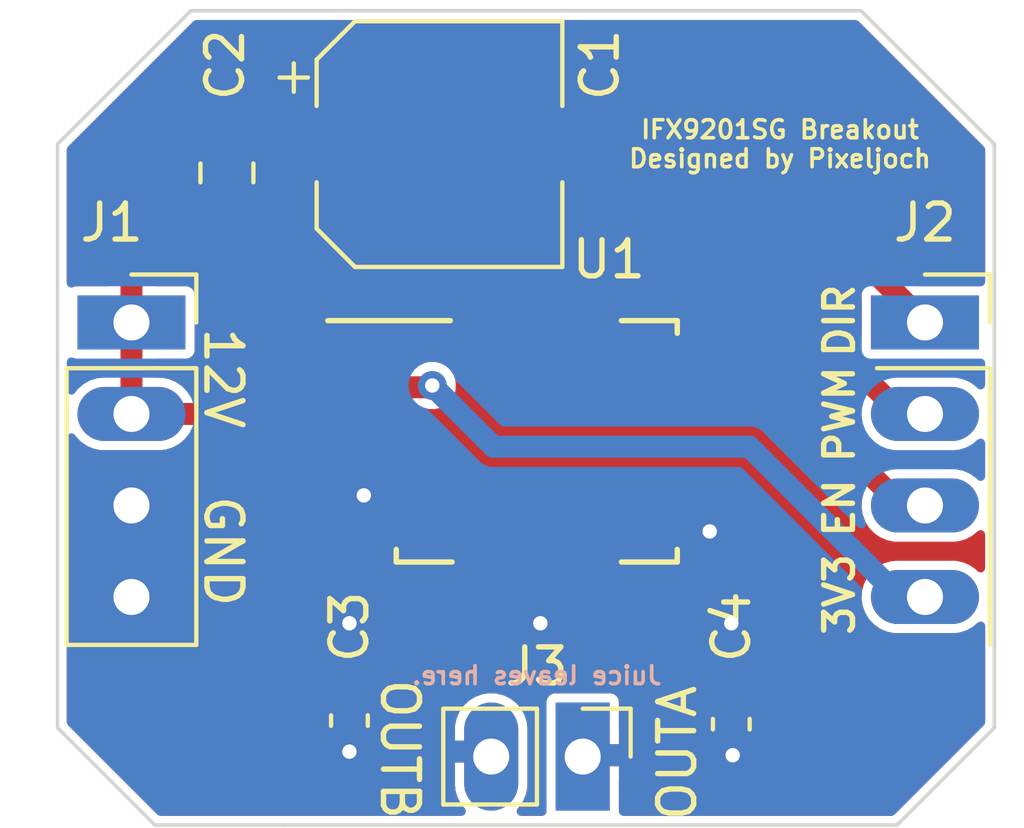
<source format=kicad_pcb>
(kicad_pcb (version 20211014) (generator pcbnew)
  (layers (0 "F.Cu" signal) (31 "B.Cu" signal) (34 "B.Paste" user) (35 "F.Paste" user) (36 "B.SilkS" user "B.Silkscreen") (37 "F.SilkS" user "F.Silkscreen") (38 "B.Mask" user) (39 "F.Mask" user) (44 "Edge.Cuts" user))
  (net 0 "")
  (net 1 "+3V3")
  (net 3 "+12V")
  (net 4 "Net-(C3-Pad1)")
  (net 5 "GND")
  (net 6 "Net-(C4-Pad1)")
  (net 7 "/DIR")
  (net 8 "/EN")
  (net 9 "/PWM")
  (footprint "Capacitor_SMD:C_0603_1608Metric_Pad1.08x0.95mm_HandSolder" (layer "F.Cu") (at 138.9 67.1 90)
    (fp_text reference "C4" (at 2.7 0 90) (layer "F.SilkS"))
    (fp_text value "33n")
    (fp_line (start -0.146267 -0.51) (end 0.146267 -0.51) (layer "F.SilkS") (width 0.12))
    (fp_line (start -0.146267 0.51) (end 0.146267 0.51) (layer "F.SilkS") (width 0.12))
    (pad "1" smd roundrect (at -0.8625 0 90) (size 1.075 0.95) (layers "F.Cu" "F.Paste" "F.Mask") (net 6 "Net-(C4-Pad1)"))
    (pad "2" smd roundrect (at 0.8625 0 90) (size 1.075 0.95) (layers "F.Cu" "F.Paste" "F.Mask") (net 5 "GND"))
  )
  (footprint "Capacitor_SMD:CP_Elec_6.3x7.7" (layer "F.Cu") (at 130.8 51)
    (fp_text reference "C1" (at 4.45 -2.2 270) (layer "F.SilkS"))
    (fp_text value "100u")
    (fp_line (start -3.41 -2.345563) (end -2.345563 -3.41) (layer "F.SilkS") (width 0.12))
    (fp_line (start -4.04375 -2.24125) (end -4.04375 -1.45375) (layer "F.SilkS") (width 0.12))
    (fp_line (start -4.4375 -1.8475) (end -3.65 -1.8475) (layer "F.SilkS") (width 0.12))
    (fp_line (start -3.41 2.345563) (end -3.41 1.06) (layer "F.SilkS") (width 0.12))
    (fp_line (start -3.41 2.345563) (end -2.345563 3.41) (layer "F.SilkS") (width 0.12))
    (fp_line (start -2.345563 -3.41) (end 3.41 -3.41) (layer "F.SilkS") (width 0.12))
    (fp_line (start 3.41 3.41) (end 3.41 1.06) (layer "F.SilkS") (width 0.12))
    (fp_line (start -3.41 -2.345563) (end -3.41 -1.06) (layer "F.SilkS") (width 0.12))
    (fp_line (start -2.345563 3.41) (end 3.41 3.41) (layer "F.SilkS") (width 0.12))
    (fp_line (start 3.41 -3.41) (end 3.41 -1.06) (layer "F.SilkS") (width 0.12))
    (pad "1" smd roundrect (at -2.7 0) (size 3.5 1.6) (layers "F.Cu" "F.Paste" "F.Mask") (roundrect_rratio 0.15625) (net 3 "+12V"))
    (pad "2" smd roundrect (at 2.7 0) (size 3.5 1.6) (layers "F.Cu" "F.Paste" "F.Mask") (roundrect_rratio 0.15625) (net 5 "GND"))
  )
  (footprint "Connector_PinSocket_2.54mm:PinSocket_1x04_P2.54mm_Vertical" (layer "F.Cu") (at 144.275 55.95)
    (fp_text reference "J2" (at 0 -2.77) (layer "F.SilkS"))
    (fp_text value "INPUTS")
    (fp_line (start 1.8 1.27) (end 1.8 8.95) (layer "F.SilkS") (width 0.12))
    (fp_line (start 0 -1.33) (end 1.8 -1.33) (layer "F.SilkS") (width 0.12))
    (fp_line (start -1.33 1.27) (end 1.8 1.27) (layer "F.SilkS") (width 0.12))
    (fp_line (start 1.8 -1.33) (end 1.8 0) (layer "F.SilkS") (width 0.12))
    (pad "1" thru_hole rect (at 0 0) (size 3 1.5) (drill 1) (layers *.Cu *.Mask) (net 7 "/DIR"))
    (pad "2" thru_hole oval (at 0 2.54) (size 3 1.5) (drill 1) (layers *.Cu *.Mask) (net 9 "/PWM"))
    (pad "3" thru_hole oval (at 0 5.08) (size 3 1.5) (drill 1) (layers *.Cu *.Mask) (net 8 "/EN"))
    (pad "4" thru_hole oval (at 0 7.62) (size 3 1.5) (drill 1) (layers *.Cu *.Mask) (net 1 "+3V3"))
  )
  (footprint "Connector_PinHeader_2.54mm:PinHeader_1x02_P2.54mm_Vertical" (layer "F.Cu") (at 134.775 68 -90)
    (fp_text reference "J3" (at -2.5 1.275 180) (layer "F.SilkS"))
    (fp_text value "OUT")
    (fp_line (start -1.33 -1.33) (end 0 -1.33) (layer "F.SilkS") (width 0.12))
    (fp_line (start -1.33 1.27) (end -1.33 3.87) (layer "F.SilkS") (width 0.12))
    (fp_line (start -1.33 3.87) (end 1.33 3.87) (layer "F.SilkS") (width 0.12))
    (fp_line (start -1.33 1.27) (end 1.33 1.27) (layer "F.SilkS") (width 0.12))
    (fp_line (start -1.33 0) (end -1.33 -1.33) (layer "F.SilkS") (width 0.12))
    (fp_line (start 1.33 1.27) (end 1.33 3.87) (layer "F.SilkS") (width 0.12))
    (pad "1" thru_hole rect (at 0 0 270) (size 3 1.5) (drill 1) (layers *.Cu *.Mask) (net 6 "Net-(C4-Pad1)"))
    (pad "2" thru_hole oval (at 0 2.54 270) (size 3 1.5) (drill 1) (layers *.Cu *.Mask) (net 4 "Net-(C3-Pad1)"))
  )
  (footprint "Capacitor_SMD:C_0805_2012Metric_Pad1.18x1.45mm_HandSolder" (layer "F.Cu") (at 124.9 51.8 -90)
    (fp_text reference "C2" (at -3 0.05 90) (layer "F.SilkS"))
    (fp_text value "100n")
    (fp_line (start -0.261252 0.735) (end 0.261252 0.735) (layer "F.SilkS") (width 0.12))
    (fp_line (start -0.261252 -0.735) (end 0.261252 -0.735) (layer "F.SilkS") (width 0.12))
    (pad "1" smd roundrect (at -1.0375 0 270) (size 1.175 1.45) (layers "F.Cu" "F.Paste" "F.Mask") (roundrect_rratio 0.212766) (net 3 "+12V"))
    (pad "2" smd roundrect (at 1.0375 0 270) (size 1.175 1.45) (layers "F.Cu" "F.Paste" "F.Mask") (roundrect_rratio 0.212766) (net 5 "GND"))
  )
  (footprint "Connector_PinSocket_2.54mm:PinSocket_1x04_P2.54mm_Vertical" (layer "F.Cu") (at 122.25 55.95)
    (fp_text reference "J1" (at -0.55 -2.77) (layer "F.SilkS"))
    (fp_text value "P_INPUTS")
    (fp_line (start 1.8 1.27) (end 1.8 8.95) (layer "F.SilkS") (width 0.12))
    (fp_line (start -1.8 1.27) (end 1.8 1.27) (layer "F.SilkS") (width 0.12))
    (fp_line (start 0 -1.33) (end 1.8 -1.33) (layer "F.SilkS") (width 0.12))
    (fp_line (start -1.8 1.27) (end -1.8 8.95) (layer "F.SilkS") (width 0.12))
    (fp_line (start -1.8 8.95) (end 1.8 8.95) (layer "F.SilkS") (width 0.12))
    (fp_line (start 1.8 -1.33) (end 1.8 0) (layer "F.SilkS") (width 0.12))
    (pad "1" thru_hole rect (at 0 0) (size 3 1.5) (drill 1) (layers *.Cu *.Mask) (net 3 "+12V"))
    (pad "2" thru_hole oval (at 0 2.54) (size 3 1.5) (drill 1) (layers *.Cu *.Mask) (net 3 "+12V"))
    (pad "3" thru_hole oval (at 0 5.08) (size 3 1.5) (drill 1) (layers *.Cu *.Mask) (net 5 "GND"))
    (pad "4" thru_hole oval (at 0 7.62) (size 3 1.5) (drill 1) (layers *.Cu *.Mask) (net 5 "GND"))
  )
  (footprint "Capacitor_SMD:C_0603_1608Metric_Pad1.08x0.95mm_HandSolder" (layer "F.Cu") (at 128.3 67 90)
    (fp_text reference "C3" (at 2.6 0 90) (layer "F.SilkS"))
    (fp_text value "33n")
    (fp_line (start -0.146267 -0.51) (end 0.146267 -0.51) (layer "F.SilkS") (width 0.12))
    (fp_line (start -0.146267 0.51) (end 0.146267 0.51) (layer "F.SilkS") (width 0.12))
    (pad "1" smd roundrect (at -0.8625 0 90) (size 1.075 0.95) (layers "F.Cu" "F.Paste" "F.Mask") (net 4 "Net-(C3-Pad1)"))
    (pad "2" smd roundrect (at 0.8625 0 90) (size 1.075 0.95) (layers "F.Cu" "F.Paste" "F.Mask") (net 5 "GND"))
  )
  (footprint "Package_SO:Infineon_PG-DSO-12-11_ThermalVias" (layer "F.Cu") (at 133.5 59.25)
    (fp_text reference "U1" (at 2 -5.05) (layer "F.SilkS"))
    (fp_text value "IFX9201SG")
    (fp_line (start 3.9 -3) (end 3.9 -3.35) (layer "F.SilkS") (width 0.15))
    (fp_line (start -3.9 3.35) (end -2.35 3.35) (layer "F.SilkS") (width 0.15))
    (fp_line (start -5.8 -3.35) (end -2.4 -3.35) (layer "F.SilkS") (width 0.15))
    (fp_line (start -3.9 3) (end -3.9 3.35) (layer "F.SilkS") (width 0.15))
    (fp_line (start 3.9 3) (end 3.9 3.35) (layer "F.SilkS") (width 0.15))
    (fp_line (start 3.9 3.35) (end 2.35 3.35) (layer "F.SilkS") (width 0.15))
    (fp_line (start 3.9 -3.35) (end 2.35 -3.35) (layer "F.SilkS") (width 0.15))
    (pad "1" smd rect (at -4.8 -2.5) (size 2 0.65) (layers "F.Cu" "F.Paste" "F.Mask") (net 7 "/DIR"))
    (pad "2" smd rect (at -4.8 -1.5) (size 2 0.65) (layers "F.Cu" "F.Paste" "F.Mask") (net 1 "+3V3"))
    (pad "3" smd rect (at -4.8 -0.5) (size 2 0.65) (layers "F.Cu" "F.Paste" "F.Mask"))
    (pad "4" smd rect (at -4.8 0.5) (size 2 0.65) (layers "F.Cu" "F.Paste" "F.Mask") (net 3 "+12V"))
    (pad "5" smd rect (at -4.8 1.5) (size 2 0.65) (layers "F.Cu" "F.Paste" "F.Mask") (net 4 "Net-(C3-Pad1)"))
    (pad "6" smd rect (at -4.8 2.5) (size 2 0.65) (layers "F.Cu" "F.Paste" "F.Mask") (net 5 "GND"))
    (pad "7" smd rect (at 4.8 2.5) (size 2 0.65) (layers "F.Cu" "F.Paste" "F.Mask") (net 6 "Net-(C4-Pad1)"))
    (pad "8" smd rect (at 4.8 1.5) (size 2 0.65) (layers "F.Cu" "F.Paste" "F.Mask") (net 5 "GND"))
    (pad "9" smd rect (at 4.8 0.5) (size 2 0.65) (layers "F.Cu" "F.Paste" "F.Mask") (net 5 "GND"))
    (pad "10" smd rect (at 4.8 -0.5) (size 2 0.65) (layers "F.Cu" "F.Paste" "F.Mask") (net 5 "GND"))
    (pad "11" smd rect (at 4.8 -1.5) (size 2 0.65) (layers "F.Cu" "F.Paste" "F.Mask") (net 8 "/EN"))
    (pad "12" smd rect (at 4.8 -2.5) (size 2 0.65) (layers "F.Cu" "F.Paste" "F.Mask") (net 9 "/PWM"))
    (pad "13" smd rect (at 0 0) (size 4.5 8.1) (layers "F.Cu" "F.Mask") (net 5 "GND"))
  )
  (gr_line (start 122.8 69.8) (end 122.9 69.9) (layer "Edge.Cuts") (width 0.1))
  (gr_line (start 120.2 51) (end 123.8 47.4) (layer "Edge.Cuts") (width 0.1))
  (gr_line (start 143.5 69.9) (end 126.5 69.9) (layer "Edge.Cuts") (width 0.1))
  (gr_line (start 146.2 51) (end 142.6 47.4) (layer "Edge.Cuts") (width 0.1))
  (gr_line (start 142.6 47.4) (end 142.5 47.3) (layer "Edge.Cuts") (width 0.1))
  (gr_line (start 143.6 69.8) (end 143.5 69.9) (layer "Edge.Cuts") (width 0.1))
  (gr_line (start 146.2 51) (end 146.2 67.2) (layer "Edge.Cuts") (width 0.1))
  (gr_line (start 120.2 67.2) (end 122.8 69.8) (layer "Edge.Cuts") (width 0.1))
  (gr_line (start 122.9 69.9) (end 126.5 69.9) (layer "Edge.Cuts") (width 0.1))
  (gr_line (start 142.5 47.3) (end 123.9 47.3) (layer "Edge.Cuts") (width 0.1))
  (gr_line (start 120.2 51) (end 120.2 67.2) (layer "Edge.Cuts") (width 0.1))
  (gr_line (start 146.2 67.2) (end 143.6 69.8) (layer "Edge.Cuts") (width 0.1))
  (gr_line (start 123.8 47.4) (end 123.9 47.3) (layer "Edge.Cuts") (width 0.1))
  (gr_text "Juice leaves here." (at 133.5 65.75) (layer "B.SilkS") (effects (font (size 0.5 0.5) (thickness 0.1)) (justify mirror)))
  (gr_text "DIR\n" (at 141.9 55.9 90) (layer "F.SilkS") (effects (font (size 0.8 0.8))))
  (gr_text "3V3" (at 141.9 63.5 90) (layer "F.SilkS") (effects (font (size 0.8 0.8))))
  (gr_text "OUTB\n" (at 129.7 67.8 270) (layer "F.SilkS") (effects (font (size 1 1))))
  (gr_text "12V\n" (at 124.8 57.5 270) (layer "F.SilkS") (effects (font (size 1 1))))
  (gr_text "PWM" (at 141.9 58.5 90) (layer "F.SilkS") (effects (font (size 0.8 0.8))))
  (gr_text "GND" (at 124.8 62.3 270) (layer "F.SilkS") (effects (font (size 1 1))))
  (gr_text "OUTA\n" (at 137.4 67.9 90) (layer "F.SilkS") (effects (font (size 1 1))))
  (gr_text "EN" (at 141.9 61.1 90) (layer "F.SilkS") (effects (font (size 0.8 0.8))))
  (gr_text "IFX9201SG Breakout\nDesigned by Pixeljoch\n" (at 140.25 51) (layer "F.SilkS") (effects (font (size 0.5 0.5) (thickness 0.1))))
  (segment (start 130.55 57.75) (end 128.7 57.75) (width 0.61) (layer "F.Cu") (net 1))
  (segment (start 130.6 57.7) (end 130.55 57.75) (width 0.61) (layer "F.Cu") (net 1))
  (via (at 130.6 57.7) (size 0.8) (drill 0.4) (layers "F.Cu" "B.Cu") (net 1))
  (segment (start 143.57 63.57) (end 144.275 63.57) (width 0.61) (layer "B.Cu") (net 1))
  (segment (start 139.4 59.4) (end 143.57 63.57) (width 0.61) (layer "B.Cu") (net 1))
  (segment (start 130.6 57.7) (end 132.3 59.4) (width 0.61) (layer "B.Cu") (net 1))
  (segment (start 132.3 59.4) (end 139.4 59.4) (width 0.61) (layer "B.Cu") (net 1))
  (segment (start 122.25 58.49) (end 124.09 58.49) (width 0.61) (layer "F.Cu") (net 3))
  (segment (start 124.09 58.49) (end 125.35 59.75) (width 0.61) (layer "F.Cu") (net 3))
  (segment (start 127.8625 50.7625) (end 128.1 51) (width 0.61) (layer "F.Cu") (net 3))
  (segment (start 124.9 50.7625) (end 127.8625 50.7625) (width 0.61) (layer "F.Cu") (net 3))
  (segment (start 122.25 55.95) (end 122.25 52.58125) (width 0.61) (layer "F.Cu") (net 3))
  (segment (start 124.06875 50.7625) (end 124.9 50.7625) (width 0.61) (layer "F.Cu") (net 3))
  (segment (start 125.35 59.75) (end 128.7 59.75) (width 0.61) (layer "F.Cu") (net 3))
  (segment (start 122.25 58.49) (end 122.25 55.95) (width 0.61) (layer "F.Cu") (net 3))
  (segment (start 122.25 52.58125) (end 124.06875 50.7625) (width 0.61) (layer "F.Cu") (net 3))
  (segment (start 128.3 67.8625) (end 132.0975 67.8625) (width 0.61) (layer "F.Cu") (net 4))
  (segment (start 126.2 61.6) (end 126.2 67.3) (width 0.61) (layer "F.Cu") (net 4))
  (segment (start 126.7625 67.8625) (end 128.3 67.8625) (width 0.61) (layer "F.Cu") (net 4))
  (segment (start 128.7 60.75) (end 127.05 60.75) (width 0.61) (layer "F.Cu") (net 4))
  (segment (start 127.05 60.75) (end 126.2 61.6) (width 0.61) (layer "F.Cu") (net 4))
  (segment (start 126.2 67.3) (end 126.7625 67.8625) (width 0.61) (layer "F.Cu") (net 4))
  (segment (start 132.0975 67.8625) (end 132.235 68) (width 0.61) (layer "F.Cu") (net 4))
  (via (at 128.7 60.75) (size 0.8) (drill 0.4) (layers "F.Cu" "B.Cu") (net 4))
  (via (at 128.3 67.8625) (size 0.8) (drill 0.4) (layers "F.Cu" "B.Cu") (net 4))
  (segment (start 128.7 60.75) (end 127.05 60.75) (width 0.61) (layer "B.Cu") (net 4))
  (segment (start 126.7625 67.8625) (end 128.3 67.8625) (width 0.61) (layer "B.Cu") (net 4))
  (segment (start 127.05 60.75) (end 126.2 61.6) (width 0.61) (layer "B.Cu") (net 4))
  (segment (start 126.2 61.6) (end 126.2 67.3) (width 0.61) (layer "B.Cu") (net 4))
  (segment (start 128.3 67.8625) (end 132.0975 67.8625) (width 0.61) (layer "B.Cu") (net 4))
  (segment (start 126.2 67.3) (end 126.7625 67.8625) (width 0.61) (layer "B.Cu") (net 4))
  (via (at 133.6 64.3) (size 0.8) (drill 0.4) (layers "F.Cu" "B.Cu") (net 5))
  (via (at 128.3 64.3) (size 0.8) (drill 0.4) (layers "F.Cu" "B.Cu") (net 5))
  (via (at 138.9 64.3) (size 0.8) (drill 0.4) (layers "F.Cu" "B.Cu") (net 5))
  (segment (start 134.8125 67.9625) (end 134.775 68) (width 0.61) (layer "F.Cu") (net 6))
  (segment (start 139.75 61.75) (end 140.6 62.6) (width 0.61) (layer "F.Cu") (net 6))
  (segment (start 140.6 62.6) (end 140.6 67.3) (width 0.61) (layer "F.Cu") (net 6))
  (segment (start 138.3 61.75) (end 139.75 61.75) (width 0.61) (layer "F.Cu") (net 6))
  (segment (start 140.6 67.3) (end 139.9375 67.9625) (width 0.61) (layer "F.Cu") (net 6))
  (segment (start 138.9 67.9625) (end 134.8125 67.9625) (width 0.61) (layer "F.Cu") (net 6))
  (segment (start 138.9375 67.9625) (end 138.9 67.9625) (width 0.61) (layer "F.Cu") (net 6))
  (segment (start 139.9375 67.9625) (end 138.9375 67.9625) (width 0.61) (layer "F.Cu") (net 6))
  (via (at 138.9375 67.9625) (size 0.8) (drill 0.4) (layers "F.Cu" "B.Cu") (net 6))
  (via (at 138.3 61.75) (size 0.8) (drill 0.4) (layers "F.Cu" "B.Cu") (net 6))
  (segment (start 140.6 67.3) (end 139.9375 67.9625) (width 0.61) (layer "B.Cu") (net 6))
  (segment (start 139.9375 67.9625) (end 138.9375 67.9625) (width 0.61) (layer "B.Cu") (net 6))
  (segment (start 138.9 67.9625) (end 134.8125 67.9625) (width 0.61) (layer "B.Cu") (net 6))
  (segment (start 140.6 62.6) (end 140.6 67.3) (width 0.61) (layer "B.Cu") (net 6))
  (segment (start 138.3 61.75) (end 139.75 61.75) (width 0.61) (layer "B.Cu") (net 6))
  (segment (start 139.75 61.75) (end 140.6 62.6) (width 0.61) (layer "B.Cu") (net 6))
  (segment (start 142.925 54.6) (end 129.3 54.6) (width 0.61) (layer "F.Cu") (net 7))
  (segment (start 128.7 55.2) (end 128.7 56.75) (width 0.61) (layer "F.Cu") (net 7))
  (segment (start 129.3 54.6) (end 128.7 55.2) (width 0.61) (layer "F.Cu") (net 7))
  (segment (start 144.275 55.95) (end 142.925 54.6) (width 0.61) (layer "F.Cu") (net 7))
  (segment (start 143.625 61.03) (end 140.345 57.75) (width 0.61) (layer "F.Cu") (net 8))
  (segment (start 144.275 61.03) (end 143.625 61.03) (width 0.61) (layer "F.Cu") (net 8))
  (segment (start 140.345 57.75) (end 138.3 57.75) (width 0.61) (layer "F.Cu") (net 8))
  (segment (start 143.625 58.49) (end 141.885 56.75) (width 0.61) (layer "F.Cu") (net 9))
  (segment (start 144.275 58.49) (end 143.625 58.49) (width 0.61) (layer "F.Cu") (net 9))
  (segment (start 141.885 56.75) (end 138.3 56.75) (width 0.61) (layer "F.Cu") (net 9))
  (zone (net 5) (net_name "GND") (layer "F.Cu") (connect_pads yes (clearance 0.254)) (min_thickness 0.254) (fill yes (thermal_gap 0.508) (thermal_bridge_width 0.508))
    (polygon (pts (xy 147 70) (xy 120 70) (xy 120 47) (xy 147 47)))
  )
  (zone (net 5) (net_name "GND") (layer "B.Cu") (connect_pads yes (clearance 0.254)) (min_thickness 0.254) (fill yes (thermal_gap 0.508) (thermal_bridge_width 0.508))
    (polygon (pts (xy 147 70) (xy 120 70) (xy 120 47) (xy 147 47)))
  )
)
</source>
